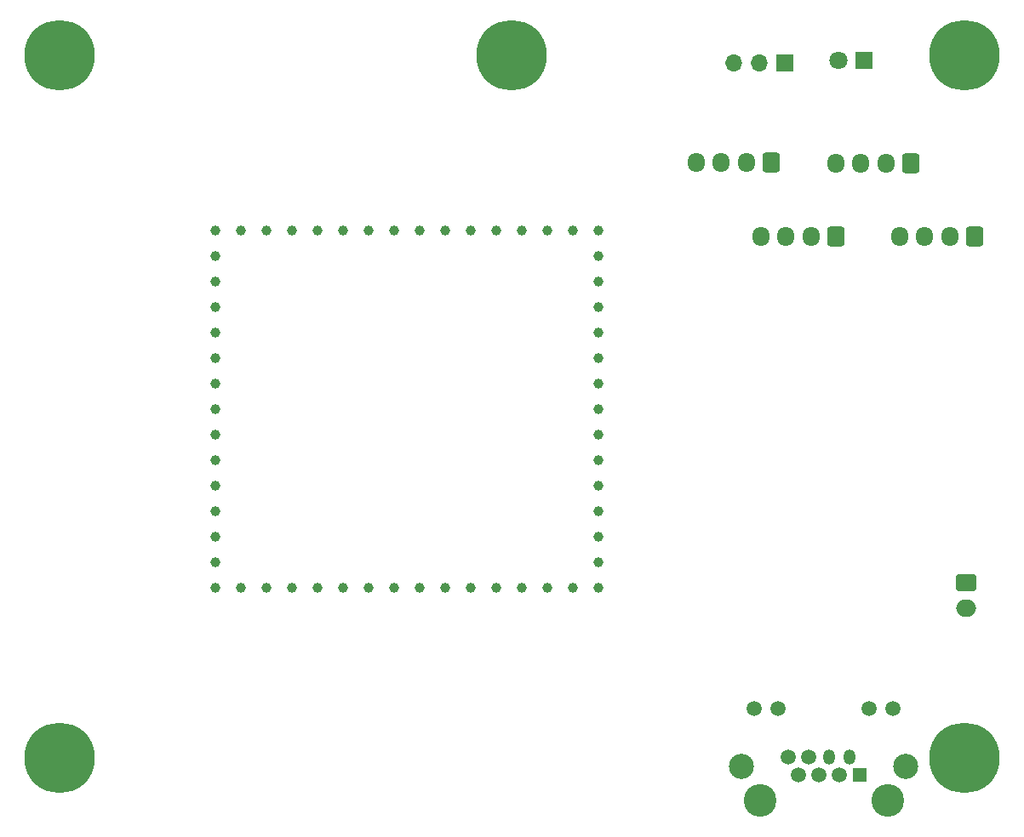
<source format=gbs>
%TF.GenerationSoftware,KiCad,Pcbnew,6.0.11-2627ca5db0~126~ubuntu20.04.1*%
%TF.CreationDate,2023-03-16T14:20:54+06:00*%
%TF.ProjectId,Router_MCU,526f7574-6572-45f4-9d43-552e6b696361,rev?*%
%TF.SameCoordinates,PX6ef5c30PY494a350*%
%TF.FileFunction,Soldermask,Bot*%
%TF.FilePolarity,Negative*%
%FSLAX46Y46*%
G04 Gerber Fmt 4.6, Leading zero omitted, Abs format (unit mm)*
G04 Created by KiCad (PCBNEW 6.0.11-2627ca5db0~126~ubuntu20.04.1) date 2023-03-16 14:20:54*
%MOMM*%
%LPD*%
G01*
G04 APERTURE LIST*
G04 Aperture macros list*
%AMRoundRect*
0 Rectangle with rounded corners*
0 $1 Rounding radius*
0 $2 $3 $4 $5 $6 $7 $8 $9 X,Y pos of 4 corners*
0 Add a 4 corners polygon primitive as box body*
4,1,4,$2,$3,$4,$5,$6,$7,$8,$9,$2,$3,0*
0 Add four circle primitives for the rounded corners*
1,1,$1+$1,$2,$3*
1,1,$1+$1,$4,$5*
1,1,$1+$1,$6,$7*
1,1,$1+$1,$8,$9*
0 Add four rect primitives between the rounded corners*
20,1,$1+$1,$2,$3,$4,$5,0*
20,1,$1+$1,$4,$5,$6,$7,0*
20,1,$1+$1,$6,$7,$8,$9,0*
20,1,$1+$1,$8,$9,$2,$3,0*%
G04 Aperture macros list end*
%ADD10RoundRect,0.250000X0.600000X0.725000X-0.600000X0.725000X-0.600000X-0.725000X0.600000X-0.725000X0*%
%ADD11O,1.700000X1.950000*%
%ADD12C,7.000000*%
%ADD13RoundRect,0.250000X-0.750000X0.600000X-0.750000X-0.600000X0.750000X-0.600000X0.750000X0.600000X0*%
%ADD14O,2.000000X1.700000*%
%ADD15R,1.800000X1.800000*%
%ADD16C,1.800000*%
%ADD17R,1.700000X1.700000*%
%ADD18O,1.700000X1.700000*%
%ADD19C,3.250000*%
%ADD20R,1.400000X1.400000*%
%ADD21O,1.200000X1.500000*%
%ADD22C,1.500000*%
%ADD23C,2.500000*%
%ADD24C,0.001000*%
%ADD25C,1.000000*%
G04 APERTURE END LIST*
D10*
%TO.C,X1*%
X91050000Y-18075000D03*
D11*
X88550000Y-18075000D03*
X86050000Y-18075000D03*
X83550000Y-18075000D03*
%TD*%
D10*
%TO.C,X4*%
X70800000Y-10750000D03*
D11*
X68300000Y-10750000D03*
X65800000Y-10750000D03*
X63300000Y-10750000D03*
%TD*%
D12*
%TO.C,H1*%
X0Y0D03*
%TD*%
D13*
%TO.C,X5*%
X90175000Y-52550000D03*
D14*
X90175000Y-55050000D03*
%TD*%
D12*
%TO.C,H2*%
X90000000Y0D03*
%TD*%
D15*
%TO.C,D3*%
X79975000Y-550000D03*
D16*
X77435000Y-550000D03*
%TD*%
D10*
%TO.C,X3*%
X77250000Y-18050000D03*
D11*
X74750000Y-18050000D03*
X72250000Y-18050000D03*
X69750000Y-18050000D03*
%TD*%
D12*
%TO.C,H3*%
X0Y-70000000D03*
%TD*%
D10*
%TO.C,X2*%
X84700000Y-10775000D03*
D11*
X82200000Y-10775000D03*
X79700000Y-10775000D03*
X77200000Y-10775000D03*
%TD*%
D17*
%TO.C,J1*%
X72150000Y-800000D03*
D18*
X69610000Y-800000D03*
X67070000Y-800000D03*
%TD*%
D19*
%TO.C,X7*%
X69640000Y-74240000D03*
X82340000Y-74240000D03*
D20*
X79550000Y-71700000D03*
D21*
X78534000Y-69920000D03*
D22*
X77518000Y-71700000D03*
D21*
X76502000Y-69920000D03*
D22*
X75486000Y-71700000D03*
X74470000Y-69920000D03*
X73454000Y-71700000D03*
X72438000Y-69920000D03*
X82850000Y-65100000D03*
X80560000Y-65100000D03*
X71420000Y-65100000D03*
X69130000Y-65100000D03*
D23*
X84120000Y-70810000D03*
X67860000Y-70810000D03*
%TD*%
D12*
%TO.C,H4*%
X90000000Y-70000000D03*
%TD*%
D24*
%TO.C,X6*%
X53170000Y-74750000D03*
X61150000Y-74750000D03*
%TD*%
D25*
%TO.C,U1*%
X53614168Y-17470142D03*
X51074168Y-17470142D03*
X48534168Y-17470142D03*
X45994168Y-17470142D03*
X43454168Y-17470142D03*
X40914168Y-17470142D03*
X38374168Y-17470142D03*
X35834168Y-17470142D03*
X33294168Y-17470142D03*
X30754168Y-17470142D03*
X28214168Y-17470142D03*
X25674168Y-17470142D03*
X23134168Y-17470142D03*
X20594168Y-17470142D03*
X18054168Y-17470142D03*
X15514168Y-17470142D03*
X15514168Y-20010142D03*
X15514168Y-22550142D03*
X15514168Y-25090142D03*
X15514168Y-27630142D03*
X15514168Y-30170142D03*
X15514168Y-32710142D03*
X15514168Y-35250142D03*
X15514168Y-37790142D03*
X15514168Y-40330142D03*
X15514168Y-42870142D03*
X15514168Y-45410142D03*
X15514168Y-47950142D03*
X15514168Y-50490142D03*
X15514168Y-53030142D03*
X18054168Y-53030142D03*
X20594168Y-53030142D03*
X23134168Y-53030142D03*
X25674168Y-53030142D03*
X28214168Y-53030142D03*
X30754168Y-53030142D03*
X33294168Y-53030142D03*
X35834168Y-53030142D03*
X38374168Y-53030142D03*
X40914168Y-53030142D03*
X43454168Y-53030142D03*
X45994168Y-53030142D03*
X48534168Y-53030142D03*
X51074168Y-53030142D03*
X53614168Y-53030142D03*
X53614168Y-50490142D03*
X53614168Y-47950142D03*
X53614168Y-45410142D03*
X53614168Y-42870142D03*
X53614168Y-40330142D03*
X53614168Y-37790142D03*
X53614168Y-35250142D03*
X53614168Y-32710142D03*
X53614168Y-30170142D03*
X53614168Y-27630142D03*
X53614168Y-25090142D03*
X53614168Y-22550142D03*
X53614168Y-20010142D03*
%TD*%
D12*
%TO.C,H5*%
X45000000Y0D03*
%TD*%
M02*

</source>
